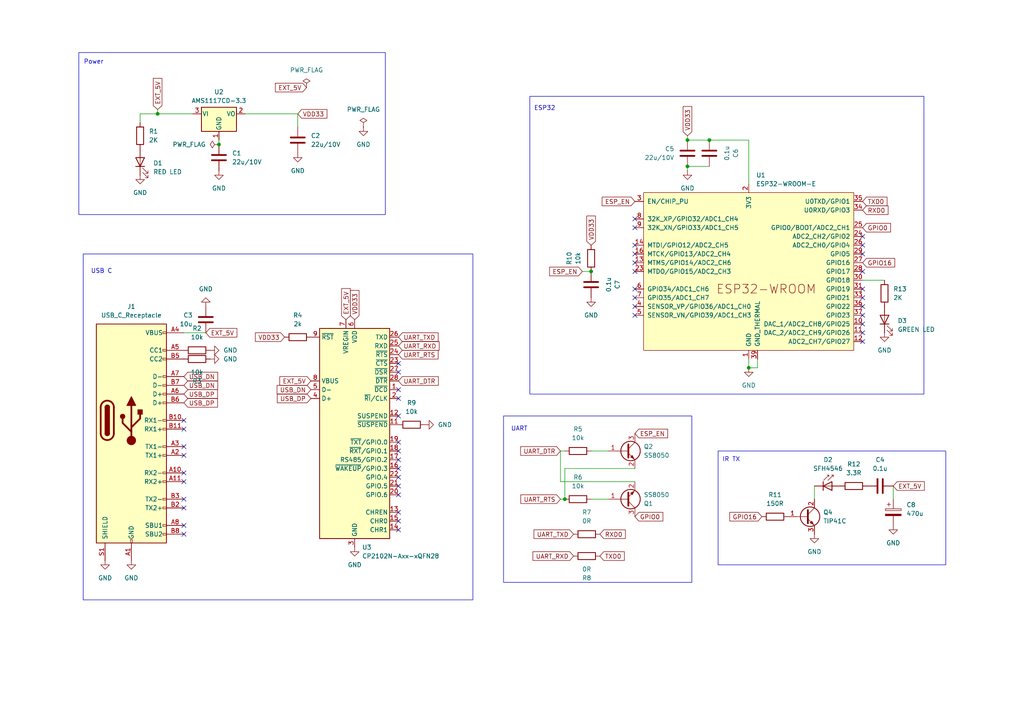
<source format=kicad_sch>
(kicad_sch (version 20250114) (generator "eeschema") (generator_version "9.0")
  (paper "A4")
  (title_block (title "Remodian") (company "Walrus Lab"))
  (lib_symbols
    (symbol "Connector:USB_C_Receptacle" (pin_names (offset 1.016))
      (property "Reference" "J" (at -10.16 29.21 0))
      (property "Value" "USB_C_Receptacle" (at 10.16 29.21 0))
      (symbol "USB_C_Receptacle_0_0"
        (rectangle (start -0.254 -35.56) (end 0.254 -34.544))
        (rectangle (start 10.16 25.654) (end 9.144 25.146))
        (rectangle (start 10.16 20.574) (end 9.144 20.066))
        (rectangle (start 10.16 18.034) (end 9.144 17.526))
        (rectangle (start 10.16 12.954) (end 9.144 12.446))
        (rectangle (start 10.16 10.414) (end 9.144 9.906))
        (rectangle (start 10.16 7.874) (end 9.144 7.366))
        (rectangle (start 10.16 5.334) (end 9.144 4.826))
        (rectangle (start 10.16 0.254) (end 9.144 -0.254))
        (rectangle (start 10.16 -2.286) (end 9.144 -2.794))
        (rectangle (start 10.16 -7.366) (end 9.144 -7.874))
        (rectangle (start 10.16 -9.906) (end 9.144 -10.414))
        (rectangle (start 10.16 -14.986) (end 9.144 -15.494))
        (rectangle (start 10.16 -17.526) (end 9.144 -18.034))
        (rectangle (start 10.16 -22.606) (end 9.144 -23.114))
        (rectangle (start 10.16 -25.146) (end 9.144 -25.654))
        (rectangle (start 10.16 -30.226) (end 9.144 -30.734))
        (rectangle (start 10.16 -32.766) (end 9.144 -33.274))
      )
      (symbol "USB_C_Receptacle_0_1"
        (rectangle (start -10.16 27.94) (end 10.16 -35.56) (stroke (width 0.254)) (fill (type background)))
        (polyline (pts (xy -8.89 -3.81) (xy -8.89 3.81)) (stroke (width 0.508)))
        (rectangle (start -7.62 -3.81) (end -6.35 3.81) (stroke (width 0.254)) (fill (type outline)))
        (arc (start -7.62 3.81) (mid -6.985 4.4423) (end -6.35 3.81) (stroke (width 0.254)))
        (arc (start -7.62 3.81) (mid -6.985 4.4423) (end -6.35 3.81) (stroke (width 0.254)) (fill (type outline)))
        (arc (start -8.89 3.81) (mid -6.985 5.7067) (end -5.08 3.81) (stroke (width 0.508)))
        (arc (start -5.08 -3.81) (mid -6.985 -5.7067) (end -8.89 -3.81) (stroke (width 0.508)))
        (arc (start -6.35 -3.81) (mid -6.985 -4.4423) (end -7.62 -3.81) (stroke (width 0.254)))
        (arc (start -6.35 -3.81) (mid -6.985 -4.4423) (end -7.62 -3.81) (stroke (width 0.254)) (fill (type outline)))
        (polyline (pts (xy -5.08 3.81) (xy -5.08 -3.81)) (stroke (width 0.508)))
      )
      (symbol "USB_C_Receptacle_1_1"
        (circle (center -2.54 1.143) (radius 0.635) (stroke (width 0.254)) (fill (type outline)))
        (polyline (pts (xy -1.27 4.318) (xy 0 6.858) (xy 1.27 4.318) (xy -1.27 4.318)) (stroke (width 0.254)) (fill (type outline)))
        (polyline (pts (xy 0 -2.032) (xy 2.54 0.508) (xy 2.54 1.778)) (stroke (width 0.508)))
        (polyline (pts (xy 0 -3.302) (xy -2.54 -0.762) (xy -2.54 0.508)) (stroke (width 0.508)))
        (polyline (pts (xy 0 -5.842) (xy 0 4.318)) (stroke (width 0.508)))
        (circle (center 0 -5.842) (radius 1.27) (fill (type outline)))
        (rectangle (start 1.905 1.778) (end 3.175 3.048) (stroke (width 0.254)) (fill (type outline)))
        (pin passive line (at -7.62 -40.64 90) (length 5.08) (name "SHIELD") (number "S1"))
        (pin passive line (at 0 -40.64 90) (length 5.08) (name "GND") (number "A1"))
        (pin passive line (at 0 -40.64 90) (length 5.08) (hide yes) (name "GND") (number "A12"))
        (pin passive line (at 0 -40.64 90) (length 5.08) (hide yes) (name "GND") (number "B1"))
        (pin passive line (at 0 -40.64 90) (length 5.08) (hide yes) (name "GND") (number "B12"))
        (pin passive line (at 15.24 25.4 180) (length 5.08) (name "VBUS") (number "A4"))
        (pin passive line (at 15.24 25.4 180) (length 5.08) (hide yes) (name "VBUS") (number "A9"))
        (pin passive line (at 15.24 25.4 180) (length 5.08) (hide yes) (name "VBUS") (number "B4"))
        (pin passive line (at 15.24 25.4 180) (length 5.08) (hide yes) (name "VBUS") (number "B9"))
        (pin bidirectional line (at 15.24 20.32 180) (length 5.08) (name "CC1") (number "A5"))
        (pin bidirectional line (at 15.24 17.78 180) (length 5.08) (name "CC2") (number "B5"))
        (pin bidirectional line (at 15.24 12.7 180) (length 5.08) (name "D-") (number "A7"))
        (pin bidirectional line (at 15.24 10.16 180) (length 5.08) (name "D-") (number "B7"))
        (pin bidirectional line (at 15.24 7.62 180) (length 5.08) (name "D+") (number "A6"))
        (pin bidirectional line (at 15.24 5.08 180) (length 5.08) (name "D+") (number "B6"))
        (pin bidirectional line (at 15.24 0 180) (length 5.08) (name "RX1-") (number "B10"))
        (pin bidirectional line (at 15.24 -2.54 180) (length 5.08) (name "RX1+") (number "B11"))
        (pin bidirectional line (at 15.24 -7.62 180) (length 5.08) (name "TX1-") (number "A3"))
        (pin bidirectional line (at 15.24 -10.16 180) (length 5.08) (name "TX1+") (number "A2"))
        (pin bidirectional line (at 15.24 -15.24 180) (length 5.08) (name "RX2-") (number "A10"))
        (pin bidirectional line (at 15.24 -17.78 180) (length 5.08) (name "RX2+") (number "A11"))
        (pin bidirectional line (at 15.24 -22.86 180) (length 5.08) (name "TX2-") (number "B3"))
        (pin bidirectional line (at 15.24 -25.4 180) (length 5.08) (name "TX2+") (number "B2"))
        (pin bidirectional line (at 15.24 -30.48 180) (length 5.08) (name "SBU1") (number "A8"))
        (pin bidirectional line (at 15.24 -33.02 180) (length 5.08) (name "SBU2") (number "B8"))
      )
    )
    (symbol "Device:C" (pin_numbers (hide yes)) (pin_names (offset 0.254))
      (property "Reference" "C" (at 0.635 2.54 0))
      (property "Value" "C" (at 0.635 -2.54 0))
      (symbol "C_0_1"
        (polyline (pts (xy -2.032 0.762) (xy 2.032 0.762)) (stroke (width 0.508)))
        (polyline (pts (xy -2.032 -0.762) (xy 2.032 -0.762)) (stroke (width 0.508)))
      )
      (symbol "C_1_1"
        (pin passive line (at 0 3.81 270) (length 2.794) (name "~") (number "1"))
        (pin passive line (at 0 -3.81 90) (length 2.794) (name "~") (number "2"))
      )
    )
    (symbol "Device:C_Polarized" (pin_numbers (hide yes)) (pin_names (offset 0.254))
      (property "Reference" "C" (at 0.635 2.54 0))
      (property "Value" "C_Polarized" (at 0.635 -2.54 0))
      (symbol "C_Polarized_0_1"
        (rectangle (start -2.286 0.508) (end 2.286 1.016))
        (polyline (pts (xy -1.778 2.286) (xy -0.762 2.286)))
        (polyline (pts (xy -1.27 2.794) (xy -1.27 1.778)))
        (rectangle (start 2.286 -0.508) (end -2.286 -1.016) (fill (type outline)))
      )
      (symbol "C_Polarized_1_1"
        (pin passive line (at 0 3.81 270) (length 2.794) (name "~") (number "1"))
        (pin passive line (at 0 -3.81 90) (length 2.794) (name "~") (number "2"))
      )
    )
    (symbol "Device:LED" (pin_numbers (hide yes)) (pin_names (offset 1.016) (hide yes))
      (property "Reference" "D" (at 0 2.54 0))
      (property "Value" "LED" (at 0 -2.54 0))
      (symbol "LED_0_1"
        (polyline (pts (xy -3.048 -0.762) (xy -4.572 -2.286) (xy -3.81 -2.286) (xy -4.572 -2.286) (xy -4.572 -1.524)))
        (polyline (pts (xy -1.778 -0.762) (xy -3.302 -2.286) (xy -2.54 -2.286) (xy -3.302 -2.286) (xy -3.302 -1.524)))
        (polyline (pts (xy -1.27 0) (xy 1.27 0)))
        (polyline (pts (xy -1.27 -1.27) (xy -1.27 1.27)) (stroke (width 0.254)))
        (polyline (pts (xy 1.27 -1.27) (xy 1.27 1.27) (xy -1.27 0) (xy 1.27 -1.27)) (stroke (width 0.254)))
      )
      (symbol "LED_1_1"
        (pin passive line (at -3.81 0 0) (length 2.54) (name "K") (number "1"))
        (pin passive line (at 3.81 0 180) (length 2.54) (name "A") (number "2"))
      )
    )
    (symbol "Device:R" (pin_numbers (hide yes)) (pin_names (offset 0))
      (property "Reference" "R" (at 2.032 0 90))
      (property "Value" "R" (at 0 0 90))
      (symbol "R_0_1"
        (rectangle (start -1.016 -2.54) (end 1.016 2.54) (stroke (width 0.254)))
      )
      (symbol "R_1_1"
        (pin passive line (at 0 3.81 270) (length 1.27) (name "~") (number "1"))
        (pin passive line (at 0 -3.81 90) (length 1.27) (name "~") (number "2"))
      )
    )
    (symbol "Interface_USB:CP2102N-Axx-xQFN28"
      (property "Reference" "U" (at -8.89 31.75 0))
      (property "Value" "CP2102N-Axx-xQFN28" (at 12.7 31.75 0))
      (symbol "CP2102N-Axx-xQFN28_0_1"
        (rectangle (start -10.16 30.48) (end 10.16 -30.48) (stroke (width 0.254)) (fill (type background)))
      )
      (symbol "CP2102N-Axx-xQFN28_1_1"
        (pin input line (at -12.7 27.94 0) (length 2.54) (name "~{RST}") (number "9"))
        (pin input line (at -12.7 15.24 0) (length 2.54) (name "VBUS") (number "8"))
        (pin bidirectional line (at -12.7 12.7 0) (length 2.54) (name "D-") (number "5"))
        (pin bidirectional line (at -12.7 10.16 0) (length 2.54) (name "D+") (number "4"))
        (pin no_connect line (at -10.16 -27.94 0) (length 2.54) (hide yes) (name "NC") (number "10"))
        (pin power_in line (at -2.54 33.02 270) (length 2.54) (name "VREGIN") (number "7"))
        (pin power_in line (at 0 33.02 270) (length 2.54) (name "VDD") (number "6"))
        (pin passive line (at 0 -33.02 90) (length 2.54) (hide yes) (name "GND") (number "29"))
        (pin power_in line (at 0 -33.02 90) (length 2.54) (name "GND") (number "3"))
        (pin output line (at 12.7 27.94 180) (length 2.54) (name "TXD") (number "26"))
        (pin input line (at 12.7 25.4 180) (length 2.54) (name "RXD") (number "25"))
        (pin output line (at 12.7 22.86 180) (length 2.54) (name "~{RTS}") (number "24"))
        (pin input line (at 12.7 20.32 180) (length 2.54) (name "~{CTS}") (number "23"))
        (pin input line (at 12.7 17.78 180) (length 2.54) (name "~{DSR}") (number "27"))
        (pin output line (at 12.7 15.24 180) (length 2.54) (name "~{DTR}") (number "28"))
        (pin input line (at 12.7 12.7 180) (length 2.54) (name "~{DCD}") (number "1"))
        (pin bidirectional line (at 12.7 10.16 180) (length 2.54) (name "~{RI}/CLK") (number "2"))
        (pin output line (at 12.7 5.08 180) (length 2.54) (name "SUSPEND") (number "12"))
        (pin output line (at 12.7 2.54 180) (length 2.54) (name "~{SUSPEND}") (number "11"))
        (pin bidirectional line (at 12.7 -2.54 180) (length 2.54) (name "~{TXT}/GPIO.0") (number "19"))
        (pin bidirectional line (at 12.7 -5.08 180) (length 2.54) (name "~{RXT}/GPIO.1") (number "18"))
        (pin bidirectional line (at 12.7 -7.62 180) (length 2.54) (name "RS485/GPIO.2") (number "17"))
        (pin bidirectional line (at 12.7 -10.16 180) (length 2.54) (name "~{WAKEUP}/GPIO.3") (number "16"))
        (pin bidirectional line (at 12.7 -12.7 180) (length 2.54) (name "GPIO.4") (number "22"))
        (pin bidirectional line (at 12.7 -15.24 180) (length 2.54) (name "GPIO.5") (number "21"))
        (pin bidirectional line (at 12.7 -17.78 180) (length 2.54) (name "GPIO.6") (number "20"))
        (pin output line (at 12.7 -22.86 180) (length 2.54) (name "CHREN") (number "13"))
        (pin output line (at 12.7 -25.4 180) (length 2.54) (name "CHR0") (number "15"))
        (pin output line (at 12.7 -27.94 180) (length 2.54) (name "CHR1") (number "14"))
      )
    )
    (symbol "LED:SFH4546" (pin_numbers (hide yes)) (pin_names (offset 1.016) (hide yes))
      (property "Reference" "D" (at 0.508 1.778 0))
      (property "Value" "SFH4546" (at -1.016 -2.794 0))
      (symbol "SFH4546_0_1"
        (polyline (pts (xy -2.54 1.27) (xy -2.54 -1.27)) (stroke (width 0.254)))
        (polyline (pts (xy -2.413 1.651) (xy -0.889 3.175) (xy -0.889 2.667) (xy -0.889 3.175) (xy -1.397 3.175)))
        (polyline (pts (xy -1.143 1.651) (xy 0.381 3.175) (xy 0.381 2.667)))
        (polyline (pts (xy 0 0) (xy -2.54 0)))
        (polyline (pts (xy 0 -1.27) (xy -2.54 0) (xy 0 1.27) (xy 0 -1.27)) (stroke (width 0.254)))
        (polyline (pts (xy 0.381 3.175) (xy -0.127 3.175)))
      )
      (symbol "SFH4546_1_1"
        (pin passive line (at -5.08 0 0) (length 2.54) (name "K") (number "1"))
        (pin passive line (at 2.54 0 180) (length 2.54) (name "A") (number "2"))
      )
    )
    (symbol "PCM_Espressif:ESP32-WROOM-E" (pin_names (offset 1.016))
      (property "Reference" "U" (at -30.48 27.94 0))
      (property "Value" "ESP32-WROOM-E" (at -30.48 25.4 0))
      (symbol "ESP32-WROOM-E_0_1"
        (rectangle (start -30.48 22.86) (end 30.48 -22.86) (fill (type background)))
      )
      (symbol "ESP32-WROOM-E_1_1"
        (text "ESP32-­WROOM­" (at 5.08 -5.08 0) (effects (font (size 2.54 2.54))))
        (pin input line (at -33.02 20.32 0) (length 2.54) (name "EN/CHIP_PU") (number "3"))
        (pin bidirectional line (at -33.02 15.24 0) (length 2.54) (name "32K_XP/GPIO32/ADC1_CH4") (number "8"))
        (pin bidirectional line (at -33.02 12.7 0) (length 2.54) (name "32K_XN/GPIO33/ADC1_CH5") (number "9"))
        (pin bidirectional line (at -33.02 7.62 0) (length 2.54) (name "MTDI/GPIO12/ADC2_CH5") (number "14"))
        (pin bidirectional line (at -33.02 5.08 0) (length 2.54) (name "MTCK/GPIO13/ADC2_CH4") (number "16"))
        (pin bidirectional line (at -33.02 2.54 0) (length 2.54) (name "MTMS/GPIO14/ADC2_CH6") (number "13"))
        (pin bidirectional line (at -33.02 0 0) (length 2.54) (name "MTDO/GPIO15/ADC2_CH3") (number "23"))
        (pin input line (at -33.02 -5.08 0) (length 2.54) (name "GPIO34/ADC1_CH6") (number "6"))
        (pin input line (at -33.02 -7.62 0) (length 2.54) (name "GPIO35/ADC1_CH7") (number "7"))
        (pin input line (at -33.02 -10.16 0) (length 2.54) (name "SENSOR_VP/GPIO36/ADC1_CH0") (number "4"))
        (pin input line (at -33.02 -12.7 0) (length 2.54) (name "SENSOR_VN/GPIO39/ADC1_CH3") (number "5"))
        (pin power_in line (at 0 25.4 270) (length 2.54) (name "3V3") (number "2"))
        (pin power_in line (at 0 -25.4 90) (length 2.54) (name "GND") (number "1"))
        (pin passive line (at 0 -25.4 90) (length 2.54) (hide yes) (name "GND") (number "15"))
        (pin passive line (at 0 -25.4 90) (length 2.54) (hide yes) (name "GND") (number "38"))
        (pin power_in line (at 2.54 -25.4 90) (length 2.54) (name "GND_THERMAL") (number "39"))
        (pin bidirectional line (at 33.02 20.32 180) (length 2.54) (name "U0TXD/GPIO1") (number "35"))
        (pin bidirectional line (at 33.02 17.78 180) (length 2.54) (name "U0RXD/GPIO3") (number "34"))
        (pin bidirectional line (at 33.02 12.7 180) (length 2.54) (name "GPIO0/BOOT/ADC2_CH1") (number "25"))
        (pin bidirectional line (at 33.02 10.16 180) (length 2.54) (name "ADC2_CH2/GPIO2") (number "24"))
        (pin bidirectional line (at 33.02 7.62 180) (length 2.54) (name "ADC2_CH0/GPIO4") (number "26"))
        (pin bidirectional line (at 33.02 5.08 180) (length 2.54) (name "GPIO5") (number "29"))
        (pin bidirectional line (at 33.02 2.54 180) (length 2.54) (name "GPIO16") (number "27"))
        (pin bidirectional line (at 33.02 0 180) (length 2.54) (name "GPIO17") (number "28"))
        (pin bidirectional line (at 33.02 -2.54 180) (length 2.54) (name "GPIO18") (number "30"))
        (pin bidirectional line (at 33.02 -5.08 180) (length 2.54) (name "GPIO19") (number "31"))
        (pin bidirectional line (at 33.02 -7.62 180) (length 2.54) (name "GPIO21") (number "33"))
        (pin bidirectional line (at 33.02 -10.16 180) (length 2.54) (name "GPIO22") (number "36"))
        (pin bidirectional line (at 33.02 -12.7 180) (length 2.54) (name "GPIO23") (number "37"))
        (pin bidirectional line (at 33.02 -15.24 180) (length 2.54) (name "DAC_1/ADC2_CH8/GPIO25") (number "10"))
        (pin bidirectional line (at 33.02 -17.78 180) (length 2.54) (name "DAC_2/ADC2_CH9/GPIO26") (number "11"))
        (pin bidirectional line (at 33.02 -20.32 180) (length 2.54) (name "ADC2_CH7/GPIO27") (number "12"))
      )
    )
    (symbol "Regulator_Linear:AMS1117CD-3.3" (pin_names (offset 0.254))
      (property "Reference" "U" (at -3.81 3.175 0))
      (property "Value" "AMS1117CD-3.3" (at 0 3.175 0))
      (symbol "AMS1117CD-3.3_0_1"
        (rectangle (start -5.08 -5.08) (end 5.08 1.905) (stroke (width 0.254)) (fill (type background)))
      )
      (symbol "AMS1117CD-3.3_1_1"
        (pin power_in line (at -7.62 0 0) (length 2.54) (name "VI") (number "3"))
        (pin power_in line (at 0 -7.62 90) (length 2.54) (name "GND") (number "1"))
        (pin power_out line (at 7.62 0 180) (length 2.54) (name "VO") (number "2"))
      )
    )
    (symbol "Transistor_BJT:SS8050" (pin_names (offset 0) (hide yes))
      (property "Reference" "Q" (at 5.08 1.905 0))
      (property "Value" "SS8050" (at 5.08 0 0))
      (symbol "SS8050_0_1"
        (polyline (pts (xy -2.54 0) (xy 0.635 0)))
        (polyline (pts (xy 0.635 1.905) (xy 0.635 -1.905)) (stroke (width 0.508)))
        (circle (center 1.27 0) (radius 2.8194) (stroke (width 0.254)))
      )
      (symbol "SS8050_1_1"
        (polyline (pts (xy 0.635 0.635) (xy 2.54 2.54)))
        (polyline (pts (xy 0.635 -0.635) (xy 2.54 -2.54)))
        (polyline (pts (xy 1.27 -1.778) (xy 1.778 -1.27) (xy 2.286 -2.286) (xy 1.27 -1.778)) (fill (type outline)))
        (pin input line (at -5.08 0 0) (length 2.54) (name "B") (number "1"))
        (pin passive line (at 2.54 5.08 270) (length 2.54) (name "C") (number "3"))
        (pin passive line (at 2.54 -5.08 90) (length 2.54) (name "E") (number "2"))
      )
    )
    (symbol "Transistor_BJT:TIP41C" (pin_names (offset 0) (hide yes))
      (property "Reference" "Q" (at 6.35 1.905 0))
      (property "Value" "TIP41C" (at 6.35 0 0))
      (symbol "TIP41C_0_1"
        (polyline (pts (xy -2.54 0) (xy 0.635 0)))
        (polyline (pts (xy 0.635 1.905) (xy 0.635 -1.905)) (stroke (width 0.508)))
        (circle (center 1.27 0) (radius 2.8194) (stroke (width 0.254)))
      )
      (symbol "TIP41C_1_1"
        (polyline (pts (xy 0.635 0.635) (xy 2.54 2.54)))
        (polyline (pts (xy 0.635 -0.635) (xy 2.54 -2.54)))
        (polyline (pts (xy 1.27 -1.778) (xy 1.778 -1.27) (xy 2.286 -2.286) (xy 1.27 -1.778)) (fill (type outline)))
        (pin input line (at -5.08 0 0) (length 2.54) (name "B") (number "1"))
        (pin passive line (at 2.54 5.08 270) (length 2.54) (name "C") (number "2"))
        (pin passive line (at 2.54 -5.08 90) (length 2.54) (name "E") (number "3"))
      )
    )
    (symbol "power:GND" (power) (pin_numbers (hide yes)) (pin_names (offset 0) (hide yes))
      (property "Value" "GND" (at 0 -3.81 0))
      (symbol "GND_0_1"
        (polyline (pts (xy 0 0) (xy 0 -1.27) (xy 1.27 -1.27) (xy 0 -2.54) (xy -1.27 -1.27) (xy 0 -1.27)))
      )
      (symbol "GND_1_1"
        (pin power_in line (at 0 0 270) (length 0) (name "~") (number "1"))
      )
    )
    (symbol "power:PWR_FLAG" (power) (pin_numbers (hide yes)) (pin_names (offset 0) (hide yes))
      (property "Value" "PWR_FLAG" (at 0 3.81 0))
      (symbol "PWR_FLAG_0_0"
        (pin power_out line (at 0 0 90) (length 0) (name "~") (number "1"))
      )
      (symbol "PWR_FLAG_0_1"
        (polyline (pts (xy 0 0) (xy 0 1.27) (xy -1.016 1.905) (xy 0 2.54) (xy 1.016 1.905) (xy 0 1.27)))
      )
    )
  )
  (rectangle (start 22.86 15.24) (end 111.76 62.23))
  (rectangle (start 208.28 130.81) (end 274.32 163.83))
  (rectangle (start 146.05 120.65) (end 200.66 168.91))
  (rectangle (start 24.13 73.66) (end 137.16 173.99))
  (rectangle (start 153.67 27.94) (end 267.97 114.3))
  (text "USB C" (at 29.464 78.74 0) (effects (font (size 1.27 1.27))))
  (text "IR TX" (at 212.09 133.35 0) (effects (font (size 1.27 1.27))))
  (text "Power" (at 27.178 18.034 0) (effects (font (size 1.27 1.27))))
  (text "UART" (at 150.622 124.46 0) (effects (font (size 1.27 1.27))))
  (text "ESP32" (at 157.988 31.496 0) (effects (font (size 1.27 1.27))))
  (junction (at 217.17 106.68))
  (junction (at 199.39 40.64))
  (junction (at 199.39 48.26))
  (junction (at 45.72 33.02))
  (junction (at 163.83 144.78))
  (junction (at 205.74 40.64))
  (junction (at 171.45 78.74))
  (junction (at 63.5 41.91))
  (no_connect (at 115.57 143.51))
  (no_connect (at 250.19 88.9))
  (no_connect (at 115.57 107.95))
  (no_connect (at 250.19 93.98))
  (no_connect (at 115.57 135.89))
  (no_connect (at 53.34 129.54))
  (no_connect (at 250.19 73.66))
  (no_connect (at 115.57 148.59))
  (no_connect (at 53.34 124.46))
  (no_connect (at 250.19 99.06))
  (no_connect (at 250.19 96.52))
  (no_connect (at 115.57 128.27))
  (no_connect (at 115.57 105.41))
  (no_connect (at 250.19 91.44))
  (no_connect (at 184.15 91.44))
  (no_connect (at 184.15 78.74))
  (no_connect (at 53.34 139.7))
  (no_connect (at 250.19 83.82))
  (no_connect (at 53.34 121.92))
  (no_connect (at 53.34 137.16))
  (no_connect (at 250.19 78.74))
  (no_connect (at 115.57 140.97))
  (no_connect (at 115.57 120.65))
  (no_connect (at 53.34 132.08))
  (no_connect (at 184.15 86.36))
  (no_connect (at 53.34 154.94))
  (no_connect (at 250.19 86.36))
  (no_connect (at 115.57 130.81))
  (no_connect (at 184.15 76.2))
  (no_connect (at 115.57 138.43))
  (no_connect (at 184.15 71.12))
  (no_connect (at 115.57 153.67))
  (no_connect (at 53.34 147.32))
  (no_connect (at 115.57 115.57))
  (no_connect (at 184.15 83.82))
  (no_connect (at 184.15 73.66))
  (no_connect (at 53.34 152.4))
  (no_connect (at 115.57 151.13))
  (no_connect (at 115.57 113.03))
  (no_connect (at 184.15 63.5))
  (no_connect (at 184.15 66.04))
  (no_connect (at 53.34 144.78))
  (no_connect (at 250.19 71.12))
  (no_connect (at 250.19 68.58))
  (no_connect (at 115.57 133.35))
  (no_connect (at 184.15 88.9))
  (wire (pts (xy 53.34 96.52) (xy 59.69 96.52)))
  (wire (pts (xy 199.39 48.26) (xy 205.74 48.26)))
  (wire (pts (xy 40.64 33.02) (xy 45.72 33.02)))
  (wire (pts (xy 259.08 144.78) (xy 259.08 140.97)))
  (wire (pts (xy 163.83 144.78) (xy 162.56 144.78)))
  (wire (pts (xy 45.72 31.75) (xy 45.72 33.02)))
  (wire (pts (xy 219.71 104.14) (xy 219.71 106.68)))
  (wire (pts (xy 217.17 106.68) (xy 217.17 104.14)))
  (wire (pts (xy 163.83 144.78) (xy 163.83 135.89)))
  (wire (pts (xy 217.17 40.64) (xy 217.17 53.34)))
  (wire (pts (xy 199.39 49.53) (xy 199.39 48.26)))
  (wire (pts (xy 250.19 81.28) (xy 256.54 81.28)))
  (wire (pts (xy 171.45 144.78) (xy 176.53 144.78)))
  (wire (pts (xy 162.56 130.81) (xy 162.56 139.7)))
  (wire (pts (xy 199.39 40.64) (xy 205.74 40.64)))
  (wire (pts (xy 219.71 106.68) (xy 217.17 106.68)))
  (wire (pts (xy 168.91 78.74) (xy 171.45 78.74)))
  (wire (pts (xy 163.83 130.81) (xy 162.56 130.81)))
  (wire (pts (xy 63.5 41.91) (xy 63.5 40.64)))
  (wire (pts (xy 86.36 33.02) (xy 86.36 36.83)))
  (wire (pts (xy 162.56 139.7) (xy 184.15 139.7)))
  (wire (pts (xy 40.64 35.56) (xy 40.64 33.02)))
  (wire (pts (xy 236.22 140.97) (xy 236.22 144.78)))
  (wire (pts (xy 205.74 40.64) (xy 217.17 40.64)))
  (wire (pts (xy 45.72 33.02) (xy 55.88 33.02)))
  (wire (pts (xy 163.83 135.89) (xy 184.15 135.89)))
  (wire (pts (xy 71.12 33.02) (xy 86.36 33.02)))
  (wire (pts (xy 171.45 130.81) (xy 176.53 130.81)))
  (wire (pts (xy 199.39 40.64) (xy 199.39 39.37)))
  (global_label "UART_TXD" (shape input) (at 115.57 97.79 0) (property "Intersheetrefs" "${INTERSHEET_REFS}" (effects (hide yes))))
  (global_label "EXT_5V" (shape input) (at 100.33 92.71 90) (property "Intersheetrefs" "${INTERSHEET_REFS}" (effects (hide yes))))
  (global_label "GPIO0" (shape input) (at 184.15 149.86 0) (property "Intersheetrefs" "${INTERSHEET_REFS}" (effects (hide yes))))
  (global_label "ESP_EN" (shape input) (at 184.15 58.42 180) (property "Intersheetrefs" "${INTERSHEET_REFS}" (effects (hide yes))))
  (global_label "RXD0" (shape input) (at 250.19 60.96 0) (property "Intersheetrefs" "${INTERSHEET_REFS}" (effects (hide yes))))
  (global_label "GPIO16" (shape input) (at 250.19 76.2 0) (property "Intersheetrefs" "${INTERSHEET_REFS}" (effects (hide yes))))
  (global_label "USB_DP" (shape input) (at 53.34 114.3 0) (property "Intersheetrefs" "${INTERSHEET_REFS}" (effects (hide yes))))
  (global_label "UART_RXD" (shape input) (at 115.57 100.33 0) (property "Intersheetrefs" "${INTERSHEET_REFS}" (effects (hide yes))))
  (global_label "UART_RXD" (shape input) (at 166.37 161.29 180) (property "Intersheetrefs" "${INTERSHEET_REFS}" (effects (hide yes))))
  (global_label "USB_DN" (shape input) (at 90.17 113.03 180) (property "Intersheetrefs" "${INTERSHEET_REFS}" (effects (hide yes))))
  (global_label "USB_DP" (shape input) (at 53.34 116.84 0) (property "Intersheetrefs" "${INTERSHEET_REFS}" (effects (hide yes))))
  (global_label "GPIO0" (shape input) (at 250.19 66.04 0) (property "Intersheetrefs" "${INTERSHEET_REFS}" (effects (hide yes))))
  (global_label "UART_DTR" (shape input) (at 162.56 130.81 180) (property "Intersheetrefs" "${INTERSHEET_REFS}" (effects (hide yes))))
  (global_label "USB_DN" (shape input) (at 53.34 109.22 0) (property "Intersheetrefs" "${INTERSHEET_REFS}" (effects (hide yes))))
  (global_label "VDD33" (shape input) (at 102.87 92.71 90) (property "Intersheetrefs" "${INTERSHEET_REFS}" (effects (hide yes))))
  (global_label "TXD0" (shape input) (at 173.99 161.29 0) (property "Intersheetrefs" "${INTERSHEET_REFS}" (effects (hide yes))))
  (global_label "UART_DTR" (shape input) (at 115.57 110.49 0) (property "Intersheetrefs" "${INTERSHEET_REFS}" (effects (hide yes))))
  (global_label "VDD33" (shape input) (at 199.39 39.37 90) (property "Intersheetrefs" "${INTERSHEET_REFS}" (effects (hide yes))))
  (global_label "USB_DP" (shape input) (at 90.17 115.57 180) (property "Intersheetrefs" "${INTERSHEET_REFS}" (effects (hide yes))))
  (global_label "ESP_EN" (shape input) (at 184.15 125.73 0) (property "Intersheetrefs" "${INTERSHEET_REFS}" (effects (hide yes))))
  (global_label "VDD33" (shape input) (at 171.45 71.12 90) (property "Intersheetrefs" "${INTERSHEET_REFS}" (effects (hide yes))))
  (global_label "RXD0" (shape input) (at 173.99 154.94 0) (property "Intersheetrefs" "${INTERSHEET_REFS}" (effects (hide yes))))
  (global_label "VDD33" (shape input) (at 86.36 33.02 0) (property "Intersheetrefs" "${INTERSHEET_REFS}" (effects (hide yes))))
  (global_label "UART_RTS" (shape input) (at 115.57 102.87 0) (property "Intersheetrefs" "${INTERSHEET_REFS}" (effects (hide yes))))
  (global_label "UART_RTS" (shape input) (at 162.56 144.78 180) (property "Intersheetrefs" "${INTERSHEET_REFS}" (effects (hide yes))))
  (global_label "USB_DN" (shape input) (at 53.34 111.76 0) (property "Intersheetrefs" "${INTERSHEET_REFS}" (effects (hide yes))))
  (global_label "EXT_5V" (shape input) (at 59.69 96.52 0) (property "Intersheetrefs" "${INTERSHEET_REFS}" (effects (hide yes))))
  (global_label "GPIO16" (shape input) (at 220.98 149.86 180) (property "Intersheetrefs" "${INTERSHEET_REFS}" (effects (hide yes))))
  (global_label "EXT_5V" (shape input) (at 259.08 140.97 0) (property "Intersheetrefs" "${INTERSHEET_REFS}" (effects (hide yes))))
  (global_label "EXT_5V" (shape input) (at 45.72 31.75 90) (property "Intersheetrefs" "${INTERSHEET_REFS}" (effects (hide yes))))
  (global_label "UART_TXD" (shape input) (at 166.37 154.94 180) (property "Intersheetrefs" "${INTERSHEET_REFS}" (effects (hide yes))))
  (global_label "ESP_EN" (shape input) (at 168.91 78.74 180) (property "Intersheetrefs" "${INTERSHEET_REFS}" (effects (hide yes))))
  (global_label "VDD33" (shape input) (at 82.55 97.79 180) (property "Intersheetrefs" "${INTERSHEET_REFS}" (effects (hide yes))))
  (global_label "EXT_5V" (shape input) (at 88.9 25.4 180) (property "Intersheetrefs" "${INTERSHEET_REFS}" (effects (hide yes))))
  (global_label "EXT_5V" (shape input) (at 90.17 110.49 180) (property "Intersheetrefs" "${INTERSHEET_REFS}" (effects (hide yes))))
  (global_label "TXD0" (shape input) (at 250.19 58.42 0) (property "Intersheetrefs" "${INTERSHEET_REFS}" (effects (hide yes))))
  (symbol (lib_id "Device:LED") (at 256.54 92.71 90) (unit 1)
    (property "Reference" "D3" (at 260.35 93.0274 90) (effects (justify right)))
    (property "Value" "GREEN LED" (at 260.35 95.5674 90) (effects (justify right)))
    (property "Description" "Light emitting diode" (effects (hide yes)))
    (property "Sim.Pins" "1=K 2=A" (effects (hide yes)))
  )
  (symbol (lib_id "Device:C") (at 171.45 82.55 0) (mirror x) (unit 1)
    (property "Reference" "C7" (at 179.07 82.55 90))
    (property "Value" "0.1u" (at 176.53 82.55 90))
    (property "Description" "Unpolarized capacitor" (effects (hide yes)))
  )
  (symbol (lib_id "power:GND") (at 236.22 154.94 0) (unit 1)
    (property "Reference" "#PWR015" (effects (hide yes)))
    (property "Value" "GND" (at 236.22 160.02 0))
    (property "Description" "Power symbol creates a global label with name \"GND\" , ground" (effects (hide yes)))
  )
  (symbol (lib_id "power:GND") (at 60.96 104.14 90) (mirror x) (unit 1)
    (property "Reference" "#PWR08" (effects (hide yes)))
    (property "Value" "GND" (at 64.77 104.1399 90) (effects (justify right)))
    (property "Description" "Power symbol creates a global label with name \"GND\" , ground" (effects (hide yes)))
  )
  (symbol (lib_id "power:GND") (at 199.39 49.53 0) (unit 1)
    (property "Reference" "#PWR012" (effects (hide yes)))
    (property "Value" "GND" (at 199.39 54.61 0))
    (property "Description" "Power symbol creates a global label with name \"GND\" , ground" (effects (hide yes)))
  )
  (symbol (lib_id "power:GND") (at 171.45 86.36 0) (unit 1)
    (property "Reference" "#PWR013" (effects (hide yes)))
    (property "Value" "GND" (at 171.45 91.44 0))
    (property "Description" "Power symbol creates a global label with name \"GND\" , ground" (effects (hide yes)))
  )
  (symbol (lib_id "power:PWR_FLAG") (at 63.5 41.91 90) (unit 1)
    (property "Reference" "#FLG03" (effects (hide yes)))
    (property "Value" "PWR_FLAG" (at 59.69 41.9099 90) (effects (justify left)))
    (property "Description" "Special symbol for telling ERC where power comes from" (effects (hide yes)))
  )
  (symbol (lib_id "Device:C") (at 199.39 44.45 0) (mirror y) (unit 1)
    (property "Reference" "C5" (at 195.58 43.1799 0) (effects (justify left)))
    (property "Value" "22u/10V" (at 195.58 45.7199 0) (effects (justify left)))
    (property "Description" "Unpolarized capacitor" (effects (hide yes)))
  )
  (symbol (lib_id "power:GND") (at 40.64 50.8 0) (unit 1)
    (property "Reference" "#PWR06" (effects (hide yes)))
    (property "Value" "GND" (at 40.64 55.88 0))
    (property "Description" "Power symbol creates a global label with name \"GND\" , ground" (effects (hide yes)))
  )
  (symbol (lib_id "Device:C_Polarized") (at 259.08 148.59 0) (unit 1)
    (property "Reference" "C8" (at 262.89 146.4309 0) (effects (justify left)))
    (property "Value" "470u" (at 262.89 148.9709 0) (effects (justify left)))
    (property "Description" "Polarized capacitor" (effects (hide yes)))
  )
  (symbol (lib_id "Device:R") (at 57.15 101.6 90) (unit 1)
    (property "Reference" "R2" (at 57.15 95.25 90))
    (property "Value" "10k" (at 57.15 97.79 90))
    (property "Description" "Resistor" (effects (hide yes)))
  )
  (symbol (lib_id "Device:R") (at 170.18 161.29 90) (mirror x) (unit 1)
    (property "Reference" "R8" (at 170.18 167.64 90))
    (property "Value" "0R" (at 170.18 165.1 90))
    (property "Description" "Resistor" (effects (hide yes)))
  )
  (symbol (lib_id "Interface_USB:CP2102N-Axx-xQFN28") (at 102.87 125.73 0) (unit 1)
    (property "Reference" "U3" (at 105.0133 158.75 0) (effects (justify left)))
    (property "Value" "CP2102N-Axx-xQFN28" (at 105.0133 161.29 0) (effects (justify left)))
    (property "Footprint" "Package_DFN_QFN:QFN-28-1EP_5x5mm_P0.5mm_EP3.35x3.35mm" (effects (hide yes)))
    (property "Datasheet" "https://www.silabs.com/documents/public/data-sheets/cp2102n-datasheet.pdf" (effects (hide yes)))
    (property "Description" "USB to UART master bridge, QFN-28" (effects (hide yes)))
  )
  (symbol (lib_id "Device:R") (at 40.64 39.37 0) (unit 1)
    (property "Reference" "R1" (at 43.18 38.0999 0) (effects (justify left)))
    (property "Value" "2K" (at 43.18 40.6399 0) (effects (justify left)))
    (property "Description" "Resistor" (effects (hide yes)))
  )
  (symbol (lib_id "power:GND") (at 38.1 162.56 0) (unit 1)
    (property "Reference" "#PWR05" (effects (hide yes)))
    (property "Value" "GND" (at 38.1 167.64 0))
    (property "Description" "Power symbol creates a global label with name \"GND\" , ground" (effects (hide yes)))
  )
  (symbol (lib_id "Device:C") (at 63.5 45.72 0) (unit 1)
    (property "Reference" "C1" (at 67.31 44.4499 0) (effects (justify left)))
    (property "Value" "22u/10V" (at 67.31 46.9899 0) (effects (justify left)))
    (property "Description" "Unpolarized capacitor" (effects (hide yes)))
  )
  (symbol (lib_id "Device:R") (at 57.15 104.14 90) (mirror x) (unit 1)
    (property "Reference" "R3" (at 57.15 110.49 90))
    (property "Value" "10k" (at 57.15 107.95 90))
    (property "Description" "Resistor" (effects (hide yes)))
  )
  (symbol (lib_id "power:GND") (at 259.08 152.4 0) (unit 1)
    (property "Reference" "#PWR016" (effects (hide yes)))
    (property "Value" "GND" (at 259.08 157.48 0))
    (property "Description" "Power symbol creates a global label with name \"GND\" , ground" (effects (hide yes)))
  )
  (symbol (lib_id "Transistor_BJT:SS8050") (at 181.61 130.81 0) (unit 1)
    (property "Reference" "Q2" (at 186.69 129.5399 0) (effects (justify left)))
    (property "Value" "SS8050" (at 186.69 132.0799 0) (effects (justify left)))
    (property "Footprint" "Package_TO_SOT_SMD:SOT-23" (effects (hide yes)))
    (property "Datasheet" "http://www.secosgmbh.com/datasheet/products/SSMPTransistor/SOT-23/SS8050.pdf" (effects (hide yes)))
    (property "Description" "General Purpose NPN Transistor, 1.5A Ic, 25V Vce, SOT-23" (effects (hide yes)))
  )
  (symbol (lib_id "Device:R") (at 167.64 144.78 90) (unit 1)
    (property "Reference" "R6" (at 167.64 138.43 90))
    (property "Value" "10k" (at 167.64 140.97 90))
    (property "Description" "Resistor" (effects (hide yes)))
  )
  (symbol (lib_id "Device:C") (at 59.69 92.71 0) (mirror x) (unit 1)
    (property "Reference" "C3" (at 55.88 91.4399 0) (effects (justify right)))
    (property "Value" "10u" (at 55.88 93.9799 0) (effects (justify right)))
    (property "Description" "Unpolarized capacitor" (effects (hide yes)))
  )
  (symbol (lib_id "Device:R") (at 167.64 130.81 90) (unit 1)
    (property "Reference" "R5" (at 167.64 124.46 90))
    (property "Value" "10k" (at 167.64 127 90))
    (property "Description" "Resistor" (effects (hide yes)))
  )
  (symbol (lib_id "power:GND") (at 102.87 158.75 0) (unit 1)
    (property "Reference" "#PWR09" (effects (hide yes)))
    (property "Value" "GND" (at 102.87 163.83 0))
    (property "Description" "Power symbol creates a global label with name \"GND\" , ground" (effects (hide yes)))
  )
  (symbol (lib_id "Transistor_BJT:TIP41C") (at 233.68 149.86 0) (unit 1)
    (property "Reference" "Q4" (at 238.76 148.5899 0) (effects (justify left)))
    (property "Value" "TIP41C" (at 238.76 151.1299 0) (effects (justify left)))
    (property "Footprint" "Package_TO_SOT_THT:TO-220-3_Vertical" (effects (hide yes)))
    (property "Datasheet" "https://www.centralsemi.com/get_document.php?cmp=1&mergetype=pd&mergepath=pd&pdf_id=tip41.PDF" (effects (hide yes)))
    (property "Description" "6A Ic, 100V Vce, Power NPN Transistor, TO-220" (effects (hide yes)))
  )
  (symbol (lib_id "power:GND") (at 86.36 44.45 0) (unit 1)
    (property "Reference" "#PWR02" (effects (hide yes)))
    (property "Value" "GND" (at 86.36 49.53 0))
    (property "Description" "Power symbol creates a global label with name \"GND\" , ground" (effects (hide yes)))
  )
  (symbol (lib_id "power:GND") (at 217.17 106.68 0) (unit 1)
    (property "Reference" "#PWR011" (effects (hide yes)))
    (property "Value" "GND" (at 217.17 111.76 0))
    (property "Description" "Power symbol creates a global label with name \"GND\" , ground" (effects (hide yes)))
  )
  (symbol (lib_id "Device:R") (at 256.54 85.09 0) (unit 1)
    (property "Reference" "R13" (at 259.08 83.8199 0) (effects (justify left)))
    (property "Value" "2K" (at 259.08 86.3599 0) (effects (justify left)))
    (property "Description" "Resistor" (effects (hide yes)))
  )
  (symbol (lib_id "power:PWR_FLAG") (at 88.9 25.4 0) (unit 1)
    (property "Reference" "#FLG02" (effects (hide yes)))
    (property "Value" "PWR_FLAG" (at 88.9 20.32 0))
    (property "Description" "Special symbol for telling ERC where power comes from" (effects (hide yes)))
  )
  (symbol (lib_id "Device:C") (at 205.74 44.45 0) (mirror x) (unit 1)
    (property "Reference" "C6" (at 213.36 44.45 90))
    (property "Value" "0.1u" (at 210.82 44.45 90))
    (property "Description" "Unpolarized capacitor" (effects (hide yes)))
  )
  (symbol (lib_id "Connector:USB_C_Receptacle") (at 38.1 121.92 0) (unit 1)
    (property "Reference" "J1" (at 38.1 88.9 0))
    (property "Value" "USB_C_Receptacle" (at 38.1 91.44 0))
    (property "Footprint" "Connector_USB:USB_C_Receptacle_Amphenol_12401548E4-2A" (effects (hide yes)))
    (property "Datasheet" "https://www.usb.org/sites/default/files/documents/usb_type-c.zip" (effects (hide yes)))
    (property "Description" "USB Full-Featured Type-C Receptacle connector" (effects (hide yes)))
  )
  (symbol (lib_id "Device:C") (at 255.27 140.97 90) (unit 1)
    (property "Reference" "C4" (at 255.27 133.35 90))
    (property "Value" "0.1u" (at 255.27 135.89 90))
    (property "Description" "Unpolarized capacitor" (effects (hide yes)))
  )
  (symbol (lib_id "power:GND") (at 105.41 36.83 0) (unit 1)
    (property "Reference" "#PWR017" (effects (hide yes)))
    (property "Value" "GND" (at 105.41 41.91 0))
    (property "Description" "Power symbol creates a global label with name \"GND\" , ground" (effects (hide yes)))
  )
  (symbol (lib_id "Device:R") (at 170.18 154.94 90) (unit 1)
    (property "Reference" "R7" (at 170.18 148.59 90))
    (property "Value" "0R" (at 170.18 151.13 90))
    (property "Description" "Resistor" (effects (hide yes)))
  )
  (symbol (lib_id "power:PWR_FLAG") (at 105.41 36.83 0) (unit 1)
    (property "Reference" "#FLG01" (effects (hide yes)))
    (property "Value" "PWR_FLAG" (at 105.41 31.75 0))
    (property "Description" "Special symbol for telling ERC where power comes from" (effects (hide yes)))
  )
  (symbol (lib_id "Device:R") (at 224.79 149.86 90) (unit 1)
    (property "Reference" "R11" (at 224.79 143.51 90))
    (property "Value" "150R" (at 224.79 146.05 90))
    (property "Description" "Resistor" (effects (hide yes)))
  )
  (symbol (lib_id "power:GND") (at 256.54 96.52 0) (unit 1)
    (property "Reference" "#PWR014" (effects (hide yes)))
    (property "Value" "GND" (at 256.54 101.6 0))
    (property "Description" "Power symbol creates a global label with name \"GND\" , ground" (effects (hide yes)))
  )
  (symbol (lib_id "power:GND") (at 63.5 49.53 0) (unit 1)
    (property "Reference" "#PWR018" (effects (hide yes)))
    (property "Value" "GND" (at 63.5 54.61 0))
    (property "Description" "Power symbol creates a global label with name \"GND\" , ground" (effects (hide yes)))
  )
  (symbol (lib_id "Regulator_Linear:AMS1117CD-3.3") (at 63.5 33.02 0) (unit 1)
    (property "Reference" "U2" (at 63.5 26.67 0))
    (property "Value" "AMS1117CD-3.3" (at 63.5 29.21 0))
    (property "Footprint" "Package_TO_SOT_SMD:TO-252-3_TabPin2" (effects (hide yes)))
    (property "Datasheet" "http://www.advanced-monolithic.com/pdf/ds1117.pdf" (effects (hide yes)))
    (property "Description" "1A Low Dropout regulator, positive, 3.3V fixed output, TO-252" (effects (hide yes)))
  )
  (symbol (lib_id "Transistor_BJT:SS8050") (at 181.61 144.78 0) (mirror x) (unit 1)
    (property "Reference" "Q1" (at 186.69 146.0501 0) (effects (justify left)))
    (property "Value" "SS8050" (at 186.69 143.5101 0) (effects (justify left)))
    (property "Footprint" "Package_TO_SOT_SMD:SOT-23" (effects (hide yes)))
    (property "Datasheet" "http://www.secosgmbh.com/datasheet/products/SSMPTransistor/SOT-23/SS8050.pdf" (effects (hide yes)))
    (property "Description" "General Purpose NPN Transistor, 1.5A Ic, 25V Vce, SOT-23" (effects (hide yes)))
  )
  (symbol (lib_id "Device:R") (at 171.45 74.93 180) (unit 1)
    (property "Reference" "R10" (at 165.1 74.93 90))
    (property "Value" "10k" (at 167.64 74.93 90))
    (property "Description" "Resistor" (effects (hide yes)))
  )
  (symbol (lib_id "power:GND") (at 60.96 101.6 90) (mirror x) (unit 1)
    (property "Reference" "#PWR07" (effects (hide yes)))
    (property "Value" "GND" (at 64.77 101.5999 90) (effects (justify right)))
    (property "Description" "Power symbol creates a global label with name \"GND\" , ground" (effects (hide yes)))
  )
  (symbol (lib_id "power:GND") (at 30.48 162.56 0) (unit 1)
    (property "Reference" "#PWR04" (effects (hide yes)))
    (property "Value" "GND" (at 30.48 167.64 0))
    (property "Description" "Power symbol creates a global label with name \"GND\" , ground" (effects (hide yes)))
  )
  (symbol (lib_id "Device:R") (at 247.65 140.97 90) (unit 1)
    (property "Reference" "R12" (at 247.65 134.62 90))
    (property "Value" "3.3R" (at 247.65 137.16 90))
    (property "Description" "Resistor" (effects (hide yes)))
  )
  (symbol (lib_id "Device:R") (at 119.38 123.19 90) (unit 1)
    (property "Reference" "R9" (at 119.38 116.84 90))
    (property "Value" "10k" (at 119.38 119.38 90))
    (property "Description" "Resistor" (effects (hide yes)))
  )
  (symbol (lib_id "PCM_Espressif:ESP32-WROOM-E") (at 217.17 78.74 0) (unit 1)
    (property "Reference" "U1" (at 219.3133 50.8 0) (effects (justify left)))
    (property "Value" "ESP32-WROOM-E" (at 219.3133 53.34 0) (effects (justify left)))
    (property "Footprint" "PCM_Espressif:ESP32-WROOM-32E" (effects (hide yes)))
    (property "Datasheet" "https://www.espressif.com/sites/default/files/documentation/esp32-wroom-32e_esp32-wroom-32ue_datasheet_en.pdf" (effects (hide yes)))
    (property "Description" "ESP32-WROOM-32E integrates ESP32-D0WD-V3, with higher stability and safety performance." (effects (hide yes)))
  )
  (symbol (lib_id "power:GND") (at 59.69 88.9 0) (mirror x) (unit 1)
    (property "Reference" "#PWR03" (effects (hide yes)))
    (property "Value" "GND" (at 59.69 83.82 0))
    (property "Description" "Power symbol creates a global label with name \"GND\" , ground" (effects (hide yes)))
  )
  (symbol (lib_id "power:GND") (at 123.19 123.19 90) (unit 1)
    (property "Reference" "#PWR010" (effects (hide yes)))
    (property "Value" "GND" (at 127 123.1899 90) (effects (justify right)))
    (property "Description" "Power symbol creates a global label with name \"GND\" , ground" (effects (hide yes)))
  )
  (symbol (lib_id "Device:C") (at 86.36 40.64 0) (unit 1)
    (property "Reference" "C2" (at 90.17 39.3699 0) (effects (justify left)))
    (property "Value" "22u/10V" (at 90.17 41.9099 0) (effects (justify left)))
    (property "Description" "Unpolarized capacitor" (effects (hide yes)))
  )
  (symbol (lib_id "Device:LED") (at 40.64 46.99 90) (unit 1)
    (property "Reference" "D1" (at 44.45 47.3074 90) (effects (justify right)))
    (property "Value" "RED LED" (at 44.45 49.8474 90) (effects (justify right)))
    (property "Description" "Light emitting diode" (effects (hide yes)))
    (property "Sim.Pins" "1=K 2=A" (effects (hide yes)))
  )
  (symbol (lib_id "LED:SFH4546") (at 241.3 140.97 0) (unit 1)
    (property "Reference" "D2" (at 240.157 133.35 0))
    (property "Value" "SFH4546" (at 240.157 135.89 0))
    (property "Footprint" "LED_THT:LED_D5.0mm_IRGrey" (effects (hide yes)))
    (property "Datasheet" "http://www.osram-os.com/Graphics/XPic1/00101982_0.pdf" (effects (hide yes)))
    (property "Description" "High-Power IR LED 940nm" (effects (hide yes)))
  )
  (symbol (lib_id "Device:R") (at 86.36 97.79 270) (unit 1)
    (property "Reference" "R4" (at 86.36 91.44 90))
    (property "Value" "2k" (at 86.36 93.98 90))
    (property "Description" "Resistor" (effects (hide yes)))
  )
)
</source>
